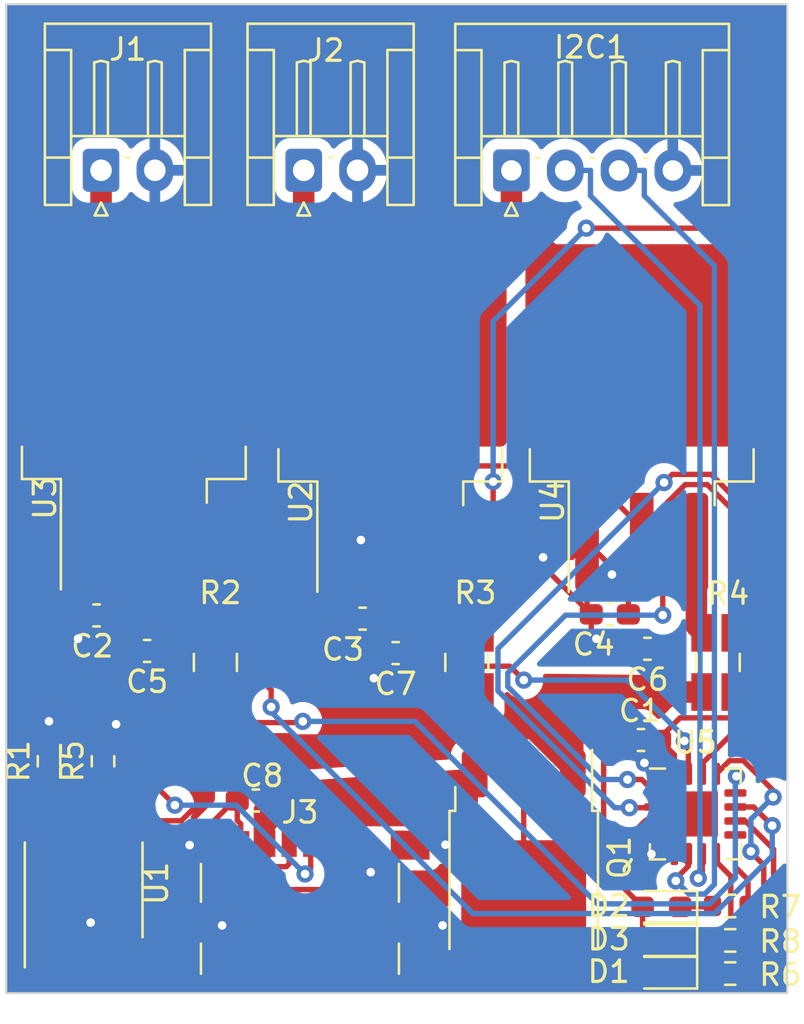
<source format=kicad_pcb>
(kicad_pcb (version 20221018) (generator pcbnew)
  (layers (0 "F.Cu" signal) (31 "B.Cu" signal) (34 "B.Paste" user) (35 "F.Paste" user) (36 "B.SilkS" user "B.Silkscreen") (37 "F.SilkS" user "F.Silkscreen") (38 "B.Mask" user) (39 "F.Mask" user) (44 "Edge.Cuts" user))
  (net 0 "")
  (net 1 "GND")
  (net 2 "+5V")
  (net 3 "Net-(Q1-D)")
  (net 4 "Net-(J1-Pin_1)")
  (net 5 "Net-(J2-Pin_1)")
  (net 6 "Net-(U2-VI)")
  (net 7 "SDA")
  (net 8 "SCL")
  (net 9 "Net-(U3-VI)")
  (net 10 "Net-(U5-IN-1)")
  (net 11 "Net-(U5-IN+1)")
  (net 12 "Net-(U5-IN-2)")
  (net 13 "Net-(U5-IN+2)")
  (net 14 "Net-(U4-VI)")
  (net 15 "Net-(U5-IN-3)")
  (net 16 "Net-(U5-IN+3)")
  (net 17 "Net-(D1-K)")
  (net 18 "Net-(D2-K)")
  (net 19 "Net-(D3-K)")
  (net 20 "Net-(U5-PV)")
  (net 21 "Net-(J3-CC1)")
  (net 22 "Net-(J3-CC2)")
  (net 23 "Net-(Q1-G)")
  (net 24 "Net-(Q1-S)")
  (net 34 "Net-(U5-CRITICAL)")
  (net 35 "Net-(U5-TC)")
  (footprint "Capacitor_SMD:C_0603_1608Metric_Pad1.08x0.95mm_HandSolder" (layer "F.Cu") (at 120.75 107 180)
    (fp_text reference "C8")
    (fp_text value "1UF")
  )
  (footprint "Resistor_SMD:R_0603_1608Metric" (layer "F.Cu") (at 113.65 105.175 90)
    (fp_text reference "R5")
    (fp_text value "5.1kOhm")
  )
  (footprint "Connector_JST:JST_EH_S4B-EH_1x04_P2.50mm_Horizontal" (layer "F.Cu") (at 132.628 77.724)
    (fp_text reference "I2C1")
    (fp_text value "Conn_01x04")
  )
  (footprint "Capacitor_SMD:C_0603_1608Metric_Pad1.08x0.95mm_HandSolder" (layer "F.Cu") (at 125.7125 98.55 180)
    (fp_text reference "C3")
    (fp_text value "1UF")
  )
  (footprint "Resistor_SMD:R_0603_1608Metric" (layer "F.Cu") (at 142.8 113.5)
    (fp_text reference "R8")
    (fp_text value "150Ohm")
  )
  (footprint "Resistor_SMD:R_0603_1608Metric" (layer "F.Cu") (at 142.8 111.9)
    (fp_text reference "R7")
    (fp_text value "150Ohm")
  )
  (footprint "LED_SMD:LED_0603_1608Metric_Pad1.05x0.95mm_HandSolder" (layer "F.Cu") (at 139.6 111.94 180)
    (fp_text reference "D2")
    (fp_text value "RED")
  )
  (footprint "Resistor_SMD:R_0603_1608Metric" (layer "F.Cu") (at 111.14 105.175 90)
    (fp_text reference "R1")
    (fp_text value "5.1kOhm")
  )
  (footprint "Package_DFN_QFN:Texas_RGV_S-PVQFN-N16_EP2.1x2.1mm" (layer "F.Cu") (at 141.175 107.625)
    (fp_text reference "U5")
    (fp_text value "INA3221")
  )
  (footprint "Connector_USB:USB_C_Receptacle_GCT_USB4135-GF-A_6P_TopMnt_Horizontal" (layer "F.Cu") (at 122.8 112.05)
    (fp_text reference "J3")
    (fp_text value "USB_C_Receptacle_PowerOnly_6P")
  )
  (footprint "Capacitor_SMD:C_0603_1608Metric_Pad1.08x0.95mm_HandSolder" (layer "F.Cu") (at 127.25 100.15 180)
    (fp_text reference "C7")
    (fp_text value "1UF")
  )
  (footprint "Capacitor_SMD:C_0603_1608Metric_Pad1.08x0.95mm_HandSolder" (layer "F.Cu") (at 137.2 98.35 180)
    (fp_text reference "C4")
    (fp_text value "1UF")
  )
  (footprint "Capacitor_SMD:C_0603_1608Metric_Pad1.08x0.95mm_HandSolder" (layer "F.Cu") (at 113.35 98.4 180)
    (fp_text reference "C2")
    (fp_text value "1UF")
  )
  (footprint "Package_TO_SOT_SMD:TO-252-3_TabPin2" (layer "F.Cu") (at 133.2 110.79 -90)
    (fp_text reference "Q1")
    (fp_text value "Q_NMOS_DGS")
  )
  (footprint "Capacitor_SMD:C_0603_1608Metric_Pad1.08x0.95mm_HandSolder" (layer "F.Cu") (at 138.95 99.95 180)
    (fp_text reference "C6")
    (fp_text value "1UF")
  )
  (footprint "LED_SMD:LED_0603_1608Metric_Pad1.05x0.95mm_HandSolder" (layer "F.Cu") (at 139.6 113.49 180)
    (fp_text reference "D3")
    (fp_text value "Orange")
  )
  (footprint "LED_SMD:LED_0603_1608Metric_Pad1.05x0.95mm_HandSolder" (layer "F.Cu") (at 139.6 115 180)
    (fp_text reference "D1")
    (fp_text value "Green")
  )
  (footprint "Package_TO_SOT_SMD:TO-263-3_TabPin2" (layer "F.Cu") (at 115.081 87.237 90)
    (fp_text reference "U3")
    (fp_text value "LM1084ISX-5.0/NOPB")
  )
  (footprint "Connector_JST:JST_EH_S2B-EH_1x02_P2.50mm_Horizontal" (layer "F.Cu") (at 122.976 77.7165)
    (fp_text reference "J2")
    (fp_text value "~")
  )
  (footprint "Package_SO:TSSOP-16_4.4x5mm_P0.65mm" (layer "F.Cu") (at 112.75 111.15 90)
    (fp_text reference "U1")
    (fp_text value "IP2721")
  )
  (footprint "Capacitor_SMD:C_0603_1608Metric_Pad1.08x0.95mm_HandSolder" (layer "F.Cu") (at 138.65 104.1875 180)
    (fp_text reference "C1")
    (fp_text value "1UF")
  )
  (footprint "Resistor_SMD:R_Shunt_Ohmite_LVK12" (layer "F.Cu") (at 130.556 100.584)
    (fp_text reference "R3")
    (fp_text value "R_Shunt")
  )
  (footprint "Package_TO_SOT_SMD:TO-263-3_TabPin2" (layer "F.Cu") (at 138.684 87.352 90)
    (fp_text reference "U4")
    (fp_text value "LM1084ISX-5.0/NOPB")
  )
  (footprint "Package_TO_SOT_SMD:TO-263-3_TabPin2" (layer "F.Cu") (at 127 87.352 90)
    (fp_text reference "U2")
    (fp_text value "LM1084ISX-5.0/NOPB")
  )
  (footprint "Resistor_SMD:R_Shunt_Ohmite_LVK12" (layer "F.Cu") (at 118.872 100.584)
    (fp_text reference "R2")
    (fp_text value "R_Shunt")
  )
  (footprint "Resistor_SMD:R_0603_1608Metric" (layer "F.Cu") (at 142.8 115.04)
    (fp_text reference "R6")
    (fp_text value "150Ohm")
  )
  (footprint "Capacitor_SMD:C_0603_1608Metric_Pad1.08x0.95mm_HandSolder" (layer "F.Cu") (at 115.7 100.05 180)
    (fp_text reference "C5")
    (fp_text value "1UF")
  )
  (footprint "Resistor_SMD:R_Shunt_Ohmite_LVK12" (layer "F.Cu") (at 142.24 100.584)
    (fp_text reference "R4")
    (fp_text value "R_Shunt")
  )
  (footprint "Connector_JST:JST_EH_S2B-EH_1x02_P2.50mm_Horizontal" (layer "F.Cu") (at 113.558 77.7165)
    (fp_text reference "J1")
    (fp_text value "~")
  )
  (gr_rect (start 109.15 70) (end 145.45 115.95) (stroke (width 0.1)) (fill none) (layer "Edge.Cuts"))
  (segment (start 118.9 109.072) (end 117.6755 109.072) (width 0.25) (layer "F.Cu") (net 1))
  (segment (start 112.488 98.4336) (end 112.488 98.4168) (width 0.25) (layer "F.Cu") (net 1))
  (segment (start 112.488 98.4021) (end 112.488 98.401) (width 0.25) (layer "F.Cu") (net 1))
  (segment (start 136.144 98.1565) (end 136.338 98.35) (width 0.25) (layer "F.Cu") (net 1))
  (segment (start 135.446 95.7) (end 136.144 95.002) (width 0.25) (layer "F.Cu") (net 1))
  (segment (start 119.888 107) (end 119.8875 107) (width 0.25) (layer "F.Cu") (net 1))
  (segment (start 119.888 107.93) (end 120.05 108.092) (width 0.25) (layer "F.Cu") (net 1))
  (segment (start 120.05 109.018) (end 120.05 109.0175) (width 0.25) (layer "F.Cu") (net 1))
  (segment (start 119.888 107.0002) (end 119.888 107.0001) (width 0.25) (layer "F.Cu") (net 1))
  (segment (start 120.05 108.092) (end 120.05 108.555) (width 0.25) (layer "F.Cu") (net 1))
  (segment (start 138.088 99.9498) (end 138.088 99.95) (width 0.25) (layer "F.Cu") (net 1))
  (segment (start 112.488 98.4001) (end 112.488 98.4) (width 0.25) (layer "F.Cu") (net 1))
  (segment (start 138.4259 108.8373) (end 139.0761 109.4875) (width 0.25) (layer "F.Cu") (net 1))
  (segment (start 117.6755 109.072) (end 117.675 109.072) (width 0.25) (layer "F.Cu") (net 1))
  (segment (start 119.888 107.0008) (end 119.888 107.0004) (width 0.25) (layer "F.Cu") (net 1))
  (segment (start 138.088 99.9496) (end 138.088 99.9498) (width 0.25) (layer "F.Cu") (net 1))
  (segment (start 129.15 112.652) (end 127.9255 112.652) (width 0.25) (layer "F.Cu") (net 1))
  (segment (start 119.888 107.028) (end 119.888 107.014) (width 0.25) (layer "F.Cu") (net 1))
  (segment (start 126.388 100.277) (end 126.3875 100.2765) (width 0.25) (layer "F.Cu") (net 1))
  (segment (start 137.3 96.158) (end 136.144 95.002) (width 0.25) (layer "F.Cu") (net 1))
  (segment (start 119.888 107.0004) (end 119.888 107.0002) (width 0.25) (layer "F.Cu") (net 1))
  (segment (start 138.4259 108.3618) (end 138.4259 108.8373) (width 0.25) (layer "F.Cu") (net 1))
  (segment (start 137.621 99.4832) (end 137.854 99.7166) (width 0.25) (layer "F.Cu") (net 1))
  (segment (start 129.562 109.053) (end 129.17 109.053) (width 0.25) (layer "F.Cu") (net 1))
  (segment (start 119.888 107.029) (end 119.888 107.028) (width 0.25) (layer "F.Cu") (net 1))
  (segment (start 126.388 100.659) (end 126.388 100.532) (width 0.25) (layer "F.Cu") (net 1))
  (segment (start 114.256299 103.743701) (end 113.65 104.35) (width 0.25) (layer "F.Cu") (net 1))
  (segment (start 112.488 98.4001) (end 112.488 98.4) (width 0.25) (layer "F.Cu") (net 1))
  (segment (start 127.9255 109.072) (end 127.925 109.0725) (width 0.25) (layer "F.Cu") (net 1))
  (segment (start 126.388 100.532) (end 126.388 100.531) (width 0.25) (layer "F.Cu") (net 1))
  (segment (start 119.888 107.0001) (end 119.888 107) (width 0.25) (layer "F.Cu") (net 1))
  (segment (start 137.7875 104.2335) (end 137.7875 104.1875) (width 0.25) (layer "F.Cu") (net 1))
  (segment (start 112.488 98.4001) (end 112.488 98.4) (width 0.25) (layer "F.Cu") (net 1))
  (segment (start 112.488 98.9391) (end 112.488 98.9386) (width 0.25) (layer "F.Cu") (net 1))
  (segment (start 127.9255 112.652) (end 127.925 112.652) (width 0.25) (layer "F.Cu") (net 1))
  (segment (start 112.488 99.4783) (end 112.488 98.9391) (width 0.25) (layer "F.Cu") (net 1))
  (segment (start 112.488 99.4783) (end 114.266 99.4783) (width 0.25) (layer "F.Cu") (net 1))
  (segment (start 112.488 98.9391) (end 112.488 98.9386) (width 0.25) (layer "F.Cu") (net 1))
  (segment (start 126.388 100.277) (end 126.388 100.15) (width 0.25) (layer "F.Cu") (net 1))
  (segment (start 119.051 112.803) (end 118.9 112.652) (width 0.25) (layer "F.Cu") (net 1))
  (segment (start 126.388 100.532) (end 126.388 100.531) (width 0.25) (layer "F.Cu") (net 1))
  (segment (start 125.634 94.8975) (end 125.344 94.8975) (width 0.25) (layer "F.Cu") (net 1))
  (segment (start 126.388 100.913) (end 126.388 100.659) (width 0.25) (layer "F.Cu") (net 1))
  (segment (start 119.888 107.0001) (end 119.888 107) (width 0.25) (layer "F.Cu") (net 1))
  (segment (start 119.888 107.0004) (end 119.888 107.0002) (width 0.25) (layer "F.Cu") (net 1))
  (segment (start 119.888 107.0017) (end 119.888 107.0008) (width 0.25) (layer "F.Cu") (net 1))
  (segment (start 129.301 112.803) (end 129.15 112.652) (width 0.25) (layer "F.Cu") (net 1))
  (segment (start 112.488 98.4) (end 112.4875 98.4) (width 0.25) (layer "F.Cu") (net 1))
  (segment (start 126.088 110.332) (end 126.6655 110.332) (width 0.25) (layer "F.Cu") (net 1))
  (segment (start 125.698 109.943) (end 126.088 110.332) (width 0.25) (layer "F.Cu") (net 1))
  (segment (start 118.9 112.652) (end 117.6755 112.652) (width 0.25) (layer "F.Cu") (net 1))
  (segment (start 113.075 112.673) (end 113.075 114.012) (width 0.25) (layer "F.Cu") (net 1))
  (segment (start 117.675 109.0725) (end 119.7475 107) (width 0.25) (layer "F.Cu") (net 1))
  (segment (start 119.888 107.007) (end 119.888 107.0035) (width 0.25) (layer "F.Cu") (net 1))
  (segment (start 126.388 100.531) (end 126.388 100.404) (width 0.25) (layer "F.Cu") (net 1))
  (segment (start 127.9255 112.652) (end 127.925 112.6525) (width 0.25) (layer "F.Cu") (net 1))
  (segment (start 138.8072 105.2532) (end 137.7875 104.2335) (width 0.25) (layer "F.Cu") (net 1))
  (segment (start 112.541 98.3465) (end 112.541 94.887) (width 0.25) (layer "F.Cu") (net 1))
  (segment (start 119.888 107.0002) (end 119.888 107.0001) (width 0.25) (layer "F.Cu") (net 1))
  (segment (start 126.3875 100.2765) (end 126.3875 100.15) (width 0.25) (layer "F.Cu") (net 1))
  (segment (start 112.488 98.4001) (end 112.488 98.4) (width 0.25) (layer "F.Cu") (net 1))
  (segment (start 112.488 98.4005) (end 112.488 98.4002) (width 0.25) (layer "F.Cu") (net 1))
  (segment (start 137.3 96.5) (end 137.3 96.158) (width 0.25) (layer "F.Cu") (net 1))
  (segment (start 129.15 109.072) (end 127.9255 109.072) (width 0.25) (layer "F.Cu") (net 1))
  (segment (start 112.488 98.4168) (end 112.488 98.4084) (width 0.25) (layer "F.Cu") (net 1))
  (segment (start 138.088 99.95) (end 137.971 99.8333) (width 0.25) (layer "F.Cu") (net 1))
  (segment (start 119.888 107.0008) (end 119.888 107.0004) (width 0.25) (layer "F.Cu") (net 1))
  (segment (start 126.388 100.531) (end 126.388 100.404) (width 0.25) (layer "F.Cu") (net 1))
  (segment (start 117.6755 112.652) (end 117.675 112.652) (width 0.25) (layer "F.Cu") (net 1))
  (segment (start 112.488 98.4021) (end 112.488 98.401) (width 0.25) (layer "F.Cu") (net 1))
  (segment (start 125.55 109.943) (end 125.698 109.943) (width 0.25) (layer "F.Cu") (net 1))
  (segment (start 112.488 98.4168) (end 112.488 98.4084) (width 0.25) (layer "F.Cu") (net 1))
  (segment (start 124.85 98.55) (end 124.85 95.392) (width 0.25) (layer "F.Cu") (net 1))
  (segment (start 112.488 98.4336) (end 112.488 98.4168) (width 0.25) (layer "F.Cu") (net 1))
  (segment (start 112.488 98.9386) (end 112.488 98.6693) (width 0.25) (layer "F.Cu") (net 1))
  (segment (start 139.0761 109.4875) (end 139.1374 109.4875) (width 0.25) (layer "F.Cu") (net 1))
  (segment (start 125.55 109.018) (end 125.55 109.943) (width 0.25) (layer "F.Cu") (net 1))
  (segment (start 139.3125 107.95) (end 138.8377 107.95) (width 0.25) (layer "F.Cu") (net 1))
  (segment (start 112.488 98.4042) (end 112.488 98.4021) (width 0.25) (layer "F.Cu") (net 1))
  (segment (start 137.971 99.8333) (end 137.854 99.7166) (width 0.25) (layer "F.Cu") (net 1))
  (segment (start 136.578 99.4832) (end 137.621 99.4832) (width 0.25) (layer "F.Cu") (net 1))
  (segment (start 119.418 108.555) (end 118.9 109.072) (width 0.25) (layer "F.Cu") (net 1))
  (segment (start 125.55 109.018) (end 125.55 109.0175) (width 0.25) (layer "F.Cu") (net 1))
  (segment (start 112.488 98.4) (end 112.541 98.3465) (width 0.25) (layer "F.Cu") (net 1))
  (segment (start 138.088 99.9498) (end 138.088 99.95) (width 0.25) (layer "F.Cu") (net 1))
  (segment (start 136.338 99.2432) (end 136.578 99.4832) (width 0.25) (layer "F.Cu") (net 1))
  (segment (start 112.488 98.4005) (end 112.488 98.4002) (width 0.25) (layer "F.Cu") (net 1))
  (segment (start 117.6755 112.652) (end 117.675 112.6525) (width 0.25) (layer "F.Cu") (net 1))
  (segment (start 112.488 98.4002) (end 112.488 98.4001) (width 0.25) (layer "F.Cu") (net 1))
  (segment (start 119.888 107.0035) (end 119.888 107.0017) (width 0.25) (layer "F.Cu") (net 1))
  (segment (start 114.256299 103.456299) (end 114.256299 103.743701) (width 0.25) (layer "F.Cu") (net 1))
  (segment (start 119.888 107.028) (end 119.888 107.014) (width 0.25) (layer "F.Cu") (net 1))
  (segment (start 124.85 95.392) (end 124.46 95.002) (width 0.25) (layer "F.Cu") (net 1))
  (segment (start 112.488 98.6693) (end 112.488 98.5346) (width 0.25) (layer "F.Cu") (net 1))
  (segment (start 112.488 98.401) (end 112.488 98.4005) (width 0.25) (layer "F.Cu") (net 1))
  (segment (start 126.388 100.914) (end 126.388 100.913) (width 0.25) (layer "F.Cu") (net 1))
  (segment (start 112.488 98.401) (end 112.488 98.4005) (width 0.25) (layer "F.Cu") (net 1))
  (segment (start 114.266 99.4783) (end 114.838 100.05) (width 0.25) (layer "F.Cu") (net 1))
  (segment (start 126.388 100.913) (end 126.388 100.659) (width 0.25) (layer "F.Cu") (net 1))
  (segment (start 125.344 94.8975) (end 124.85 95.392) (width 0.25) (layer "F.Cu") (net 1))
  (segment (start 112.488 98.9386) (end 112.488 98.6693) (width 0.25) (layer "F.Cu") (net 1))
  (segment (start 112.488 98.4002) (end 112.488 98.4001) (width 0.25) (layer "F.Cu") (net 1))
  (segment (start 126.237 101.318) (end 126.388 101.168) (width 0.25) (layer "F.Cu") (net 1))
  (segment (start 126.388 100.404) (end 126.388 100.277) (width 0.25) (layer "F.Cu") (net 1))
  (segment (start 126.388 101.168) (end 126.388 100.914) (width 0.25) (layer "F.Cu") (net 1))
  (segment (start 120.05 109.0175) (end 120.05 108.555) (width 0.25) (layer "F.Cu") (net 1))
  (segment (start 112.488 98.4002) (end 112.488 98.4001) (width 0.25) (layer "F.Cu") (net 1))
  (segment (start 120.05 108.555) (end 119.418 108.555) (width 0.25) (layer "F.Cu") (net 1))
  (segment (start 136.338 98.35) (end 136.338 99.2432) (width 0.25) (layer "F.Cu") (net 1))
  (segment (start 112.488 98.6693) (end 112.488 98.5346) (width 0.25) (layer "F.Cu") (net 1))
  (segment (start 119.888 106.924) (end 119.888 107) (width 0.25) (layer "F.Cu") (net 1))
  (segment (start 112.488 98.5346) (end 112.488 98.4336) (width 0.25) (layer "F.Cu") (net 1))
  (segment (start 119.888 107.0035) (end 119.888 107.0017) (width 0.25) (layer "F.Cu") (net 1))
  (segment (start 127.9255 109.072) (end 127.925 109.072) (width 0.25) (layer "F.Cu") (net 1))
  (segment (start 119.888 107.014) (end 119.888 107.007) (width 0.25) (layer "F.Cu") (net 1))
  (segment (start 134.1 95.7) (end 135.446 95.7) (width 0.25) (layer "F.Cu") (net 1))
  (segment (start 139.1374 109.4875) (end 140.2 109.4875) (width 0.25) (layer "F.Cu") (net 1))
  (segment (start 138.8377 107.95) (end 138.4259 108.3618) (width 0.25) (layer "F.Cu") (net 1))
  (segment (start 112.488 98.4042) (end 112.488 98.4021) (width 0.25) (layer "F.Cu") (net 1))
  (segment (start 113.075 114.012) (end 113.075 114.0125) (width 0.25) (layer "F.Cu") (net 1))
  (segment (start 111.14 103.319) (end 111.14 104.35) (width 0.25) (layer "F.Cu") (net 1))
  (segment (start 112.488 98.4084) (end 112.488 98.4042) (width 0.25) (layer "F.Cu") (net 1))
  (segment (start 136.144 95.002) (end 136.144 98.1565) (width 0.25) (layer "F.Cu") (net 1))
  (segment (start 119.888 107.029) (end 119.888 107.028) (width 0.25) (layer "F.Cu") (net 1))
  (segment (start 126.6655 110.332) (end 127.925 109.0725) (width 0.25) (layer "F.Cu") (net 1))
  (segment (start 129.17 109.053) (end 129.15 109.072) (width 0.25) (layer "F.Cu") (net 1))
  (segment (start 134.1 95.7) (end 134.1 96.1125) (width 0.25) (layer "F.Cu") (net 1))
  (segment (start 129.431 112.803) (end 129.301 112.803) (width 0.25) (layer "F.Cu") (net 1))
  (segment (start 119.7475 107) (end 119.888 107) (width 0.25) (layer "F.Cu") (net 1))
  (segment (start 134.1 96.1125) (end 136.3375 98.35) (width 0.25) (layer "F.Cu") (net 1))
  (segment (start 119.888 107.029) (end 119.888 107.93) (width 0.25) (layer "F.Cu") (net 1))
  (segment (start 112.488 98.4084) (end 112.488 98.4042) (width 0.25) (layer "F.Cu") (net 1))
  (segment (start 119.888 107.0017) (end 119.888 107.0008) (width 0.25) (layer "F.Cu") (net 1))
  (segment (start 137.971 99.8333) (end 138.088 99.9498) (width 0.25) (layer "F.Cu") (net 1))
  (segment (start 119.888 107.007) (end 119.888 107.0035) (width 0.25) (layer "F.Cu") (net 1))
  (segment (start 117.6755 109.072) (end 117.675 109.0725) (width 0.25) (layer "F.Cu") (net 1))
  (segment (start 119.184 112.803) (end 119.051 112.803) (width 0.25) (layer "F.Cu") (net 1))
  (segment (start 126.388 100.914) (end 126.388 100.913) (width 0.25) (layer "F.Cu") (net 1))
  (segment (start 119.888 107.014) (end 119.888 107.007) (width 0.25) (layer "F.Cu") (net 1))
  (segment (start 112.488 98.5346) (end 112.488 98.4336) (width 0.25) (layer "F.Cu") (net 1))
  (segment (start 137.854 99.7166) (end 138.088 99.9496) (width 0.25) (layer "F.Cu") (net 1))
  (via (at 137.3 96.5) (size 0.8) (drill 0.4) (layers "F.Cu" "B.Cu") (net 1))
  (via (at 117.675 109.0725) (size 0.8) (drill 0.4) (layers "F.Cu" "B.Cu") (net 1))
  (via (at 112.488 99.4783) (size 0.8) (drill 0.4) (layers "F.Cu" "B.Cu") (net 1))
  (via (at 139.1374 109.4875) (size 0.8) (drill 0.4) (layers "F.Cu" "B.Cu") (net 1))
  (via (at 138.8072 105.2532) (size 0.8) (drill 0.4) (layers "F.Cu" "B.Cu") (net 1))
  (via (at 114.256299 103.456299) (size 0.8) (drill 0.4) (layers "F.Cu" "B.Cu") (net 1))
  (via (at 111.14 103.319) (size 0.8) (drill 0.4) (layers "F.Cu" "B.Cu") (net 1))
  (via (at 113.075 112.673) (size 0.8) (drill 0.4) (layers "F.Cu" "B.Cu") (net 1))
  (via (at 136.578 99.4832) (size 0.8) (drill 0.4) (layers "F.Cu" "B.Cu") (net 1))
  (via (at 126.088 110.332) (size 0.8) (drill 0.4) (layers "F.Cu" "B.Cu") (net 1))
  (via (at 125.634 94.8975) (size 0.8) (drill 0.4) (layers "F.Cu" "B.Cu") (net 1))
  (via (at 129.431 112.803) (size 0.8) (drill 0.4) (layers "F.Cu" "B.Cu") (net 1))
  (via (at 126.237 101.318) (size 0.8) (drill 0.4) (layers "F.Cu" "B.Cu") (net 1))
  (via (at 134.1 95.7) (size 0.8) (drill 0.4) (layers "F.Cu" "B.Cu") (net 1))
  (via (at 119.184 112.803) (size 0.8) (drill 0.4) (layers "F.Cu" "B.Cu") (net 1))
  (via (at 129.562 109.053) (size 0.8) (drill 0.4) (layers "F.Cu" "B.Cu") (net 1))
  (segment (start 134.2666 89.9194) (end 135.909 88.277) (width 0.25) (layer "F.Cu") (net 2))
  (segment (start 144.2687 91.0867) (end 141.459 88.277) (width 0.25) (layer "F.Cu") (net 2))
  (segment (start 138.725 111.94) (end 136.9143 110.1293) (width 0.25) (layer "F.Cu") (net 2))
  (segment (start 124.279 99.3652) (end 123.829 98.9153) (width 0.25) (layer "F.Cu") (net 2))
  (segment (start 116.351 96.7839) (end 114.735 98.4) (width 0.25) (layer "F.Cu") (net 2))
  (segment (start 140.2 106.65) (end 140.9545 107.4045) (width 0.25) (layer "F.Cu") (net 2))
  (segment (start 138.062 97.328) (end 138.062 97.6683) (width 0.25) (layer "F.Cu") (net 2))
  (segment (start 138.062 96.3051) (end 138.062 96.3056) (width 0.25) (layer "F.Cu") (net 2))
  (segment (start 138.684 95.002) (end 138.062 95.6235) (width 0.25) (layer "F.Cu") (net 2))
  (segment (start 138.062 96.3056) (end 138.062 96.9867) (width 0.25) (layer "F.Cu") (net 2))
  (segment (start 137.1924 103.3828) (end 138.7078 103.3828) (width 0.25) (layer "F.Cu") (net 2))
  (segment (start 138.684 85.852) (end 139.034 85.852) (width 0.25) (layer "F.Cu") (net 2))
  (segment (start 136.259 88.277) (end 138.684 85.852) (width 0.25) (layer "F.Cu") (net 2))
  (segment (start 143.6675 103.1591) (end 144.2687 102.5579) (width 0.25) (layer "F.Cu") (net 2))
  (segment (start 126.6718 98.55) (end 128.27 96.9518) (width 0.25) (layer "F.Cu") (net 2))
  (segment (start 138.7078 103.3828) (end 139.5125 104.1875) (width 0.25) (layer "F.Cu") (net 2))
  (segment (start 138.684 94.3369) (end 138.684 95.002) (width 0.25) (layer "F.Cu") (net 2))
  (segment (start 138.725 115) (end 138.725 113.49) (width 0.25) (layer "F.Cu") (net 2))
  (segment (start 128.27 93.0949) (end 129.9109 91.454) (width 0.25) (layer "F.Cu") (net 2))
  (segment (start 114.2125 98.4) (end 114.212 98.4) (width 0.25) (layer "F.Cu") (net 2))
  (segment (start 134.2666 89.9194) (end 138.684 94.3369) (width 0.25) (layer "F.Cu") (net 2))
  (segment (start 132.732 91.454) (end 134.2666 89.9194) (width 0.25) (layer "F.Cu") (net 2))
  (segment (start 114.735 98.4) (end 114.2125 98.4) (width 0.25) (layer "F.Cu") (net 2))
  (segment (start 138.062 98.0091) (end 138.062 98.35) (width 0.25) (layer "F.Cu") (net 2))
  (segment (start 139.034 85.852) (end 141.459 83.427) (width 0.25) (layer "F.Cu") (net 2))
  (segment (start 135.909 83.0968) (end 135.909 83.427) (width 0.25) (layer "F.Cu") (net 2))
  (segment (start 138.062 97.3275) (end 138.062 97.328) (width 0.25) (layer "F.Cu") (net 2))
  (segment (start 138.062 97.3275) (end 138.062 97.328) (width 0.25) (layer "F.Cu") (net 2))
  (segment (start 116.351 92.9915) (end 116.351 96.7839) (width 0.25) (layer "F.Cu") (net 2))
  (segment (start 128.27 96.9518) (end 128.27 93.0949) (width 0.25) (layer "F.Cu") (net 2))
  (segment (start 135.909 88.277) (end 136.259 88.277) (width 0.25) (layer "F.Cu") (net 2))
  (segment (start 140.4604 103.1591) (end 143.6675 103.1591) (width 0.25) (layer "F.Cu") (net 2))
  (segment (start 118.159 92.2499) (end 117.093 92.2499) (width 0.25) (layer "F.Cu") (net 2))
  (segment (start 138.062 96.3056) (end 138.062 96.9867) (width 0.25) (layer "F.Cu") (net 2))
  (segment (start 139.034 85.852) (end 141.459 88.277) (width 0.25) (layer "F.Cu") (net 2))
  (segment (start 126.575 98.55) (end 126.6718 98.55) (width 0.25) (layer "F.Cu") (net 2))
  (segment (start 139.5125 104.1875) (end 140.2 104.875) (width 0.25) (layer "F.Cu") (net 2))
  (segment (start 135.919 83.0869) (end 135.909 83.0968) (width 0.25) (layer "F.Cu") (net 2))
  (segment (start 139.5125 104.107) (end 140.4604 103.1591) (width 0.25) (layer "F.Cu") (net 2))
  (segment (start 140.9545 107.4045) (end 139.759 108.6) (width 0.25) (layer "F.Cu") (net 2))
  (segment (start 123.829 98.9153) (end 123.829 97.92) (width 0.25) (layer "F.Cu") (net 2))
  (segment (start 117.093 92.2499) (end 116.351 92.9915) (width 0.25) (layer "F.Cu") (net 2))
  (segment (start 138.062 97.328) (end 138.062 97.6683) (width 0.25) (layer "F.Cu") (net 2))
  (segment (start 138.725 113.49) (end 138.725 111.94) (width 0.25) (layer "F.Cu") (net 2))
  (segment (start 132.628 77.724) (end 132.628 79.796) (width 1) (layer "F.Cu") (net 2))
  (segment (start 138.062 96.9867) (end 138.062 97.3275) (width 0.25) (layer "F.Cu") (net 2))
  (segment (start 125.76 99.3652) (end 124.279 99.3652) (width 0.25) (layer "F.Cu") (net 2))
  (segment (start 139.5125 104.1875) (end 139.5125 104.107) (width 0.25) (layer "F.Cu") (net 2))
  (segment (start 138.0625 98.0096) (end 138.0625 98.35) (width 0.25) (layer "F.Cu") (net 2))
  (segment (start 123.829 97.92) (end 118.159 92.2499) (width 0.25) (layer "F.Cu") (net 2))
  (segment (start 138.062 95.6235) (end 138.062 96.3051) (width 0.25) (layer "F.Cu") (net 2))
  (segment (start 140.9545 107.4045) (end 141.175 107.625) (width 0.25) (layer "F.Cu") (net 2))
  (segment (start 138.062 96.3051) (end 138.062 96.3056) (width 0.25) (layer "F.Cu") (net 2))
  (segment (start 126.575 98.55) (end 125.76 99.3652) (width 0.25) (layer "F.Cu") (net 2))
  (segment (start 144.2687 102.5579) (end 144.2687 91.0867) (width 0.25) (layer "F.Cu") (net 2))
  (segment (start 136.9143 110.1293) (end 136.9143 103.6609) (width 0.25) (layer "F.Cu") (net 2))
  (segment (start 136.9143 103.6609) (end 137.1924 103.3828) (width 0.25) (layer "F.Cu") (net 2))
  (segment (start 140.2 105.7625) (end 140.2 106.65) (width 0.25) (layer "F.Cu") (net 2))
  (segment (start 140.2 104.875) (end 140.2 105.7625) (width 0.25) (layer "F.Cu") (net 2))
  (segment (start 138.062 98.0091) (end 138.0625 98.0096) (width 0.25) (layer "F.Cu") (net 2))
  (segment (start 135.919 83.0869) (end 138.684 85.852) (width 1) (layer "F.Cu") (net 2))
  (segment (start 138.062 97.6683) (end 138.062 98.0091) (width 0.25) (layer "F.Cu") (net 2))
  (segment (start 132.628 79.796) (end 135.919 83.0869) (width 1) (layer "F.Cu") (net 2))
  (segment (start 129.9109 91.454) (end 132.732 91.454) (width 0.25) (layer "F.Cu") (net 2))
  (segment (start 139.759 108.6) (end 139.3125 108.6) (width 0.25) (layer "F.Cu") (net 2))
  (segment (start 129.856 103.534) (end 129.856 103.834) (width 1) (layer "F.Cu") (net 3))
  (segment (start 110.81 105.076) (end 110.324 105.562) (width 0.25) (layer "F.Cu") (net 3))
  (segment (start 135.48 105.486) (end 135.48 105.75) (width 1) (layer "F.Cu") (net 3))
  (segment (start 116.562 100.274) (end 116.562 100.162) (width 0.25) (layer "F.Cu") (net 3))
  (segment (start 139.812 101.959) (end 137.091 101.959) (width 1) (layer "F.Cu") (net 3))
  (segment (start 110.324 108.136) (end 110.475 108.287) (width 0.25) (layer "F.Cu") (net 3))
  (segment (start 122.422365 104.367) (end 122.478665 104.4233) (width 1) (layer "F.Cu") (net 3))
  (segment (start 128.9667 104.4233) (end 129.023 104.367) (width 1) (layer "F.Cu") (net 3))
  (segment (start 135.48 105.486) (end 135.48 105.75) (width 1) (layer "F.Cu") (net 3))
  (segment (start 116.5625 100.1615) (end 116.5625 100.05) (width 0.25) (layer "F.Cu") (net 3))
  (segment (start 135.48 105.486) (end 135.48 105.75) (width 1) (layer "F.Cu") (net 3))
  (segment (start 139.812 100.954) (end 139.812 100.703) (width 0.25) (layer "F.Cu") (net 3))
  (segment (start 135.48 103.57) (end 135.48 105.486) (width 1) (layer "F.Cu") (net 3))
  (segment (start 128.112 102.218) (end 128.112 102.216) (width 0.25) (layer "F.Cu") (net 3))
  (segment (start 137.091 101.959) (end 135.48 103.57) (width 1) (layer "F.Cu") (net 3))
  (segment (start 128.112 100.924) (end 128.112 100.666) (width 0.25) (layer "F.Cu") (net 3))
  (segment (start 112.849 103.839) (end 112.849 103.943) (width 0.25) (layer "F.Cu") (net 3))
  (segment (start 116.562 100.72) (end 116.562 100.497) (width 0.25) (layer "F.Cu") (net 3))
  (segment (start 122.478665 104.4233) (end 128.9667 104.4233) (width 1) (layer "F.Cu") (net 3))
  (segment (start 139.812 100.702) (end 139.812 100.452) (width 0.25) (layer "F.Cu") (net 3))
  (segment (start 128.112 102.216) (end 128.112 101.182) (width 0.25) (layer "F.Cu") (net 3))
  (segment (start 112.849 103.943) (end 111.716 105.076) (width 0.25) (layer "F.Cu") (net 3))
  (segment (start 139.8125 100.2005) (end 139.8125 99.95) (width 0.25) (layer "F.Cu") (net 3))
  (segment (start 116.562 100.385) (end 116.562 100.274) (width 0.25) (layer "F.Cu") (net 3))
  (segment (start 110.475 108.287) (end 110.475 108.2875) (width 0.25) (layer "F.Cu") (net 3))
  (segment (start 139.812 101.456) (end 139.812 100.954) (width 0.25) (layer "F.Cu") (net 3))
  (segment (start 118.148 102.53) (end 116.562 100.944) (width 0.25) (layer "F.Cu") (net 3))
  (segment (start 110.475 108.2875) (end 110.475 108.288) (width 0.25) (layer "F.Cu") (net 3))
  (segment (start 139.812 100.703) (end 139.812 100.702) (width 0.25) (layer "F.Cu") (net 3))
  (segment (start 139.812 101.456) (end 139.812 100.954) (width 0.25) (layer "F.Cu") (net 3))
  (segment (start 129.023 104.367) (end 129.856 103.534) (width 1) (layer "F.Cu") (net 3))
  (segment (start 116.562 100.386) (end 116.562 100.385) (width 0.25) (layer "F.Cu") (net 3))
  (segment (start 141.54 101.959) (end 139.812 101.959) (width 1) (layer "F.Cu") (net 3))
  (segment (start 139.812 101.959) (end 139.812 101.456) (width 0.25) (layer "F.Cu") (net 3))
  (segment (start 115.744 100.944) (end 112.849 103.839) (width 0.25) (layer "F.Cu") (net 3))
  (segment (start 139.812 100.452) (end 139.812 100.201) (width 0.25) (layer "F.Cu") (net 3))
  (segment (start 118.172 101.959) (end 118.172 103.384) (width 1) (layer "F.Cu") (net 3))
  (segment (start 139.812 100.201) (end 139.812 99.95) (width 0.25) (layer "F.Cu") (net 3))
  (segment (start 116.562 100.162) (end 116.562 100.05) (width 0.25) (layer "F.Cu") (net 3))
  (segment (start 128.112 100.408) (end 128.112 100.15) (width 0.25) (layer "F.Cu") (net 3))
  (segment (start 128.112 100.924) (end 128.112 100.666) (width 0.25) (layer "F.Cu") (net 3))
  (segment (start 133.528 103.534) (end 135.48 105.486) (width 1) (layer "F.Cu") (net 3))
  (segment (start 116.562 100.385) (end 116.562 100.274) (width 0.25) (layer "F.Cu") (net 3))
  (segment (start 128.112 101.182) (end 128.112 100.924) (width 0.25) (layer "F.Cu") (net 3))
  (segment (start 118.172 103.384) (end 119.155 104.367) (width 1) (layer "F.Cu") (net 3))
  (segment (start 128.1125 100.4075) (end 128.1125 100.15) (width 0.25) (layer "F.Cu") (net 3))
  (segment (start 116.562 100.72) (end 116.562 100.497) (width 0.25) (layer "F.Cu") (net 3))
  (segment (start 129.856 101.959) (end 129.856 103.534) (width 1) (layer "F.Cu") (net 3))
  (segment (start 110.324 105.562) (end 110.324 108.136) (width 0.25) (layer "F.Cu") (net 3))
  (segment (start 135.48 105.486) (end 135.48 105.75) (width 1) (layer "F.Cu") (net 3))
  (segment (start 139.812 100.703) (end 139.812 100.702) (width 0.25) (layer "F.Cu") (net 3))
  (segment (start 119.155 104.367) (end 122.422365 104.367) (width 1) (layer "F.Cu") (net 3))
  (segment (start 128.112 102.216) (end 128.112 101.182) (width 0.25) (layer "F.Cu") (net 3))
  (segment (start 128.112 100.666) (end 128.112 100.408) (width 0.25) (layer "F.Cu") (net 3))
  (segment (start 116.562 100.386) (end 116.562 100.385) (width 0.25) (layer "F.Cu") (net 3))
  (segment (start 129.856 103.534) (end 133.528 103.534) (width 1) (layer "F.Cu") (net 3))
  (segment (start 139.812 100.702) (end 139.812 100.452) (width 0.25) (layer "F.Cu") (net 3))
  (segment (start 116.562 100.944) (end 116.562 100.72) (width 0.25) (layer "F.Cu") (net 3))
  (segment (start 139.812 100.201) (end 139.8125 100.2005) (width 0.25) (layer "F.Cu") (net 3))
  (segment (start 111.716 105.076) (end 110.81 105.076) (width 0.25) (layer "F.Cu") (net 3))
  (segment (start 116.562 100.162) (end 116.5625 100.1615) (width 0.25) (layer "F.Cu") (net 3))
  (segment (start 128.112 100.408) (end 128.1125 100.4075) (width 0.25) (layer "F.Cu") (net 3))
  (segment (start 116.562 100.944) (end 115.744 100.944) (width 0.25) (layer "F.Cu") (net 3))
  (segment (start 116.562 100.497) (end 116.562 100.386) (width 0.25) (layer "F.Cu") (net 3))
  (segment (start 114.32 84.9755) (end 115.081 85.737) (width 1) (layer "F.Cu") (net 4))
  (segment (start 113.558 81.5152) (end 113.558 84.214) (width 1) (layer "F.Cu") (net 4))
  (segment (start 113.558 81.5152) (end 112.306 82.7672) (width 0.25) (layer "F.Cu") (net 4))
  (segment (start 117.856 83.312) (end 115.431 85.737) (width 0.25) (layer "F.Cu") (net 4))
  (segment (start 112.306 86.989) (end 112.306 88.162) (width 0.25) (layer "F.Cu") (net 4))
  (segment (start 115.431 85.737) (end 115.081 85.737) (width 0.25) (layer "F.Cu") (net 4))
  (segment (start 115.431 85.737) (end 117.856 88.162) (width 0.25) (layer "F.Cu") (net 4))
  (segment (start 114.32 84.9755) (end 112.306 86.989) (width 0.25) (layer "F.Cu") (net 4))
  (segment (start 117.856 88.162) (end 115.081 90.937) (width 0.25) (layer "F.Cu") (net 4))
  (segment (start 115.081 90.937) (end 115.081 94.887) (width 0.25) (layer "F.Cu") (net 4))
  (segment (start 113.558 84.214) (end 114.32 84.9755) (width 1) (layer "F.Cu") (net 4))
  (segment (start 113.558 77.7165) (end 113.558 81.5152) (width 1) (layer "F.Cu") (net 4))
  (segment (start 112.306 82.7672) (end 112.306 83.312) (width 0.25) (layer "F.Cu") (net 4))
  (segment (start 122.976 77.7165) (end 122.976 81.828) (width 1) (layer "F.Cu") (net 5))
  (segment (start 129.775 85.852) (end 129.775 88.277) (width 0.25) (layer "F.Cu") (net 5))
  (segment (start 124.485 83.337) (end 124.315 83.337) (width 0.25) (layer "F.Cu") (net 5))
  (segment (start 129.775 83.427) (end 129.775 85.852) (width 0.25) (layer "F.Cu") (net 5))
  (segment (start 129.775 85.852) (end 127 85.852) (width 0.25) (layer "F.Cu") (net 5))
  (segment (start 122.976 81.828) (end 124.485 83.337) (width 1) (layer "F.Cu") (net 5))
  (segment (start 124.315 83.337) (end 124.225 83.427) (width 0.25) (layer "F.Cu") (net 5))
  (segment (start 124.485 83.337) (end 125.994 84.846) (width 1) (layer "F.Cu") (net 5))
  (segment (start 127 91.052) (end 127 95.002) (width 0.25) (layer "F.Cu") (net 5))
  (segment (start 125.994 84.846) (end 124.225 86.615) (width 0.25) (layer "F.Cu") (net 5))
  (segment (start 124.225 88.277) (end 127 91.052) (width 0.25) (layer "F.Cu") (net 5))
  (segment (start 124.225 86.615) (end 124.225 88.277) (width 0.25) (layer "F.Cu") (net 5))
  (segment (start 125.994 84.846) (end 127 85.852) (width 1) (layer "F.Cu") (net 5))
  (segment (start 129.54 98.893) (end 129.856 99.209) (width 1) (layer "F.Cu") (net 6))
  (segment (start 129.54 95.002) (end 129.54 98.893) (width 1) (layer "F.Cu") (net 6))
  (segment (start 141.5 109.4875) (end 141.5 110.424) (width 0.25) (layer "F.Cu") (net 7))
  (segment (start 141.5 110.424) (end 141.3112 110.6128) (width 0.25) (layer "F.Cu") (net 7))
  (via (at 141.3112 110.6128) (size 0.8) (drill 0.4) (layers "F.Cu" "B.Cu") (net 7))
  (segment (start 141.3909 110.5331) (end 141.3112 110.6128) (width 0.25) (layer "B.Cu") (net 7))
  (segment (start 135.128 77.724) (end 136.3031 77.724) (width 0.25) (layer "B.Cu") (net 7))
  (segment (start 136.3031 78.8991) (end 141.3909 83.9869) (width 0.25) (layer "B.Cu") (net 7))
  (segment (start 136.3031 77.724) (end 136.3031 78.8991) (width 0.25) (layer "B.Cu") (net 7))
  (segment (start 141.3909 83.9869) (end 141.3909 110.5331) (width 0.25) (layer "B.Cu") (net 7))
  (segment (start 140.2664 110.6322) (end 140.2664 110.7322) (width 0.25) (layer "F.Cu") (net 8))
  (segment (start 140.85 110.0486) (end 140.2664 110.6322) (width 0.25) (layer "F.Cu") (net 8))
  (segment (start 140.85 109.4875) (end 140.85 110.0486) (width 0.25) (layer "F.Cu") (net 8))
  (via (at 140.2664 110.7322) (size 0.8) (drill 0.4) (layers "F.Cu" "B.Cu") (net 8))
  (segment (start 142.0621 82.1581) (end 138.8031 78.8991) (width 0.25) (layer "B.Cu") (net 8))
  (segment (start 140.8794 111.3452) (end 141.6129 111.3452) (width 0.25) (layer "B.Cu") (net 8))
  (segment (start 140.2664 110.7322) (end 140.8794 111.3452) (width 0.25) (layer "B.Cu") (net 8))
  (segment (start 138.8031 78.8991) (end 138.8031 77.724) (width 0.25) (layer "B.Cu") (net 8))
  (segment (start 142.0621 110.896) (end 142.0621 82.1581) (width 0.25) (layer "B.Cu") (net 8))
  (segment (start 137.628 77.724) (end 138.8031 77.724) (width 0.25) (layer "B.Cu") (net 8))
  (segment (start 141.6129 111.3452) (end 142.0621 110.896) (width 0.25) (layer "B.Cu") (net 8))
  (segment (start 117.621 98.658) (end 118.172 99.209) (width 1) (layer "F.Cu") (net 9))
  (segment (start 117.621 94.887) (end 117.621 98.658) (width 1) (layer "F.Cu") (net 9))
  (segment (start 119.572 100.4091) (end 120.0096 100.4091) (width 0.25) (layer "F.Cu") (net 10))
  (segment (start 143.8833 107.3) (end 144.7492 108.1659) (width 0.25) (layer "F.Cu") (net 10))
  (segment (start 119.572 99.209) (end 119.572 100.4091) (width 0.25) (layer "F.Cu") (net 10))
  (segment (start 121.463 101.8625) (end 121.463 102.6555) (width 0.25) (layer "F.Cu") (net 10))
  (segment (start 143.0375 107.3) (end 143.8833 107.3) (width 0.25) (layer "F.Cu") (net 10))
  (segment (start 120.0096 100.4091) (end 121.463 101.8625) (width 0.25) (layer "F.Cu") (net 10))
  (via (at 144.7492 108.1659) (size 0.8) (drill 0.4) (layers "F.Cu" "B.Cu") (net 10))
  (via (at 121.463 102.6555) (size 0.8) (drill 0.4) (layers "F.Cu" "B.Cu") (net 10))
  (segment (start 130.8385 112.2529) (end 142.0665 112.2529) (width 0.25) (layer "B.Cu") (net 10))
  (segment (start 121.463 102.8774) (end 130.8385 112.2529) (width 0.25) (layer "B.Cu") (net 10))
  (segment (start 144.7492 109.5702) (end 144.7492 108.1659) (width 0.25) (layer "B.Cu") (net 10))
  (segment (start 121.463 102.6555) (end 121.463 102.8774) (width 0.25) (layer "B.Cu") (net 10))
  (segment (start 142.0665 112.2529) (end 144.7492 109.5702) (width 0.25) (layer "B.Cu") (net 10))
  (segment (start 119.572 101.959) (end 119.572 103.1591) (width 0.25) (layer "F.Cu") (net 11))
  (segment (start 143.0375 105.9203) (end 143.0862 105.8716) (width 0.25) (layer "F.Cu") (net 11))
  (segment (start 122.8769 103.3807) (end 122.9343 103.3233) (width 0.25) (layer "F.Cu") (net 11))
  (segment (start 143.0375 106.65) (end 143.0375 105.9203) (width 0.25) (layer "F.Cu") (net 11))
  (segment (start 119.572 103.1591) (end 119.7936 103.3807) (width 0.25) (layer "F.Cu") (net 11))
  (segment (start 119.7936 103.3807) (end 122.8769 103.3807) (width 0.25) (layer "F.Cu") (net 11))
  (via (at 122.9343 103.3233) (size 0.8) (drill 0.4) (layers "F.Cu" "B.Cu") (net 11))
  (via (at 143.0862 105.8716) (size 0.8) (drill 0.4) (layers "F.Cu" "B.Cu") (net 11))
  (segment (start 136.6278 111.8027) (end 141.8358 111.8027) (width 0.25) (layer "B.Cu") (net 11))
  (segment (start 143.0322 105.9256) (end 143.0862 105.8716) (width 0.25) (layer "B.Cu") (net 11))
  (segment (start 122.9343 103.3233) (end 128.1484 103.3233) (width 0.25) (layer "B.Cu") (net 11))
  (segment (start 143.0322 110.6063) (end 143.0322 105.9256) (width 0.25) (layer "B.Cu") (net 11))
  (segment (start 141.8358 111.8027) (end 143.0322 110.6063) (width 0.25) (layer "B.Cu") (net 11))
  (segment (start 128.1484 103.3233) (end 136.6278 111.8027) (width 0.25) (layer "B.Cu") (net 11))
  (segment (start 144.7188 102.754) (end 144.7188 81.4374) (width 0.25) (layer "F.Cu") (net 12))
  (segment (start 143.6906 103.7822) (end 144.7188 102.754) (width 0.25) (layer "F.Cu") (net 12))
  (segment (start 141.5 105.7625) (end 141.5 105.2721) (width 0.25) (layer "F.Cu") (net 12))
  (segment (start 131.256 99.209) (end 131.256 98.0089) (width 0.25) (layer "F.Cu") (net 12))
  (segment (start 131.7785 97.4864) (end 131.7785 92.1836) (width 0.25) (layer "F.Cu") (net 12))
  (segment (start 143.687 80.4056) (end 136.1069 80.4056) (width 0.25) (layer "F.Cu") (net 12))
  (segment (start 144.7188 81.4374) (end 143.687 80.4056) (width 0.25) (layer "F.Cu") (net 12))
  (segment (start 142.9899 103.7822) (end 143.6906 103.7822) (width 0.25) (layer "F.Cu") (net 12))
  (segment (start 141.5 105.2721) (end 142.9899 103.7822) (width 0.25) (layer "F.Cu") (net 12))
  (segment (start 131.256 98.0089) (end 131.7785 97.4864) (width 0.25) (layer "F.Cu") (net 12))
  (via (at 131.7785 92.1836) (size 0.8) (drill 0.4) (layers "F.Cu" "B.Cu") (net 12))
  (via (at 136.1069 80.4056) (size 0.8) (drill 0.4) (layers "F.Cu" "B.Cu") (net 12))
  (segment (start 131.7785 92.1836) (end 131.7785 84.734) (width 0.25) (layer "B.Cu") (net 12))
  (segment (start 131.7785 84.734) (end 136.1069 80.4056) (width 0.25) (layer "B.Cu") (net 12))
  (segment (start 140.6664 104.229308) (end 140.85 104.412908) (width 0.25) (layer "F.Cu") (net 13))
  (segment (start 131.256 100.7589) (end 132.5579 100.7589) (width 0.25) (layer "F.Cu") (net 13))
  (segment (start 140.85 104.412908) (end 140.85 105.7625) (width 0.25) (layer "F.Cu") (net 13))
  (segment (start 132.5579 100.7589) (end 133.203 101.404) (width 0.25) (layer "F.Cu") (net 13))
  (segment (start 131.256 101.959) (end 131.256 100.7589) (width 0.25) (layer "F.Cu") (net 13))
  (via (at 133.203 101.404) (size 0.8) (drill 0.4) (layers "F.Cu" "B.Cu") (net 13))
  (via (at 140.6664 104.229308) (size 0.8) (drill 0.4) (layers "F.Cu" "B.Cu") (net 13))
  (segment (start 138.0073 101.404) (end 133.203 101.404) (width 0.25) (layer "B.Cu") (net 13))
  (segment (start 140.6664 104.0631) (end 138.0073 101.404) (width 0.25) (layer "B.Cu") (net 13))
  (segment (start 140.6664 104.229308) (end 140.6664 104.0631) (width 0.25) (layer "B.Cu") (net 13))
  (segment (start 141.224 98.893) (end 141.54 99.209) (width 1) (layer "F.Cu") (net 14))
  (segment (start 141.224 95.002) (end 141.224 98.893) (width 1) (layer "F.Cu") (net 14))
  (segment (start 138.0233 106.0239) (end 138.6864 106.0239) (width 0.25) (layer "F.Cu") (net 15))
  (segment (start 142.94 93.5319) (end 141.7303 92.3222) (width 0.25) (layer "F.Cu") (net 15))
  (segment (start 141.7303 92.3222) (end 140.7052 92.3222) (width 0.25) (layer "F.Cu") (net 15))
  (segment (start 140.7052 92.3222) (end 139.6625 93.3649) (width 0.25) (layer "F.Cu") (net 15))
  (segment (start 139.6625 93.3649) (end 139.6625 98.3885) (width 0.25) (layer "F.Cu") (net 15))
  (segment (start 138.6864 106.0239) (end 139.3125 106.65) (width 0.25) (layer "F.Cu") (net 15))
  (segment (start 142.94 99.209) (end 142.94 93.5319) (width 0.25) (layer "F.Cu") (net 15))
  (via (at 139.6625 98.3885) (size 0.8) (drill 0.4) (layers "F.Cu" "B.Cu") (net 15))
  (via (at 138.0233 106.0239) (size 0.8) (drill 0.4) (layers "F.Cu" "B.Cu") (net 15))
  (segment (start 135.1413 98.3885) (end 132.4596 101.0702) (width 0.25) (layer "B.Cu") (net 15))
  (segment (start 132.4596 101.7061) (end 136.7774 106.0239) (width 0.25) (layer "B.Cu") (net 15))
  (segment (start 132.4596 101.0702) (end 132.4596 101.7061) (width 0.25) (layer "B.Cu") (net 15))
  (segment (start 136.7774 106.0239) (end 138.0233 106.0239) (width 0.25) (layer "B.Cu") (net 15))
  (segment (start 139.6625 98.3885) (end 135.1413 98.3885) (width 0.25) (layer "B.Cu") (net 15))
  (segment (start 143.8186 100.2888) (end 143.8186 93.7526) (width 0.25) (layer "F.Cu") (net 16))
  (segment (start 141.9123 91.8463) (end 140.1004 91.8463) (width 0.25) (layer "F.Cu") (net 16))
  (segment (start 140.1004 91.8463) (end 139.7221 92.2246) (width 0.25) (layer "F.Cu") (net 16))
  (segment (start 142.94 100.7589) (end 143.3485 100.7589) (width 0.25) (layer "F.Cu") (net 16))
  (segment (start 143.8186 93.7526) (end 141.9123 91.8463) (width 0.25) (layer "F.Cu") (net 16))
  (segment (start 143.3485 100.7589) (end 143.8186 100.2888) (width 0.25) (layer "F.Cu") (net 16))
  (segment (start 139.2784 107.3341) (end 139.3125 107.3) (width 0.25) (layer "F.Cu") (net 16))
  (segment (start 142.94 101.959) (end 142.94 100.7589) (width 0.25) (layer "F.Cu") (net 16))
  (segment (start 138.1108 107.3341) (end 139.2784 107.3341) (width 0.25) (layer "F.Cu") (net 16))
  (via (at 139.7221 92.2246) (size 0.8) (drill 0.4) (layers "F.Cu" "B.Cu") (net 16))
  (via (at 138.1108 107.3341) (size 0.8) (drill 0.4) (layers "F.Cu" "B.Cu") (net 16))
  (segment (start 132.0048 101.9092) (end 137.4297 107.3341) (width 0.25) (layer "B.Cu") (net 16))
  (segment (start 139.7221 92.2246) (end 132.0048 99.9419) (width 0.25) (layer "B.Cu") (net 16))
  (segment (start 137.4297 107.3341) (end 138.1108 107.3341) (width 0.25) (layer "B.Cu") (net 16))
  (segment (start 132.0048 99.9419) (end 132.0048 101.9092) (width 0.25) (layer "B.Cu") (net 16))
  (segment (start 141.935 115) (end 141.975 115.04) (width 0.25) (layer "F.Cu") (net 17))
  (segment (start 140.475 115) (end 141.935 115) (width 0.25) (layer "F.Cu") (net 17))
  (segment (start 140.475 111.94) (end 141.935 111.94) (width 0.25) (layer "F.Cu") (net 18))
  (segment (start 141.935 111.94) (end 141.975 111.9) (width 0.25) (layer "F.Cu") (net 18))
  (segment (start 140.475 113.49) (end 141.965 113.49) (width 0.25) (layer "F.Cu") (net 19))
  (segment (start 141.965 113.49) (end 141.975 113.5) (width 0.25) (layer "F.Cu") (net 19))
  (segment (start 143.4968 107.95) (end 143.0375 107.95) (width 0.25) (layer "F.Cu") (net 20))
  (segment (start 144.8141 109.2673) (end 143.4968 107.95) (width 0.25) (layer "F.Cu") (net 20))
  (segment (start 143.625 115.04) (end 144.8141 113.8509) (width 0.25) (layer "F.Cu") (net 20))
  (segment (start 144.8141 113.8509) (end 144.8141 109.2673) (width 0.25) (layer "F.Cu") (net 20))
  (segment (start 112.425 107.285) (end 111.14 106) (width 0.25) (layer "F.Cu") (net 21))
  (segment (start 122.3 109.943) (end 122.17 110.073) (width 0.25) (layer "F.Cu") (net 21))
  (segment (start 113.512 110.073) (end 112.425 108.985) (width 0.25) (layer "F.Cu") (net 21))
  (segment (start 112.425 108.2875) (end 112.425 107.285) (width 0.25) (layer "F.Cu") (net 21))
  (segment (start 122.3 109.018) (end 122.3 109.943) (width 0.25) (layer "F.Cu") (net 21))
  (segment (start 122.3 109.018) (end 122.3 109.0175) (width 0.25) (layer "F.Cu") (net 21))
  (segment (start 112.425 108.985) (end 112.425 108.2875) (width 0.25) (layer "F.Cu") (net 21))
  (segment (start 122.17 110.073) (end 113.512 110.073) (width 0.25) (layer "F.Cu") (net 21))
  (segment (start 123.038 110.413) (end 123.3 110.15) (width 0.25) (layer "F.Cu") (net 22))
  (segment (start 113.65 106) (end 113.65 106.113) (width 0.25) (layer "F.Cu") (net 22))
  (segment (start 123.3 110.15) (end 123.3 109.018) (width 0.25) (layer "F.Cu") (net 22))
  (segment (start 123.3 109.018) (end 123.3 109.0175) (width 0.25) (layer "F.Cu") (net 22))
  (segment (start 113.65 106.113) (end 115.884 106.113) (width 0.25) (layer "F.Cu") (net 22))
  (segment (start 113.075 106.688) (end 113.075 108.2875) (width 0.25) (layer "F.Cu") (net 22))
  (segment (start 113.075 108.2875) (end 113.075 108.288) (width 0.25) (layer "F.Cu") (net 22))
  (segment (start 115.884 106.113) (end 116.988 107.216) (width 0.25) (layer "F.Cu") (net 22))
  (segment (start 113.65 106.113) (end 113.075 106.688) (width 0.25) (layer "F.Cu") (net 22))
  (via (at 123.038 110.413) (size 0.8) (drill 0.4) (layers "F.Cu" "B.Cu") (net 22))
  (via (at 116.988 107.216) (size 0.8) (drill 0.4) (layers "F.Cu" "B.Cu") (net 22))
  (segment (start 119.841 107.216) (end 123.038 110.413) (width 0.25) (layer "B.Cu") (net 22))
  (segment (start 116.988 107.216) (end 119.841 107.216) (width 0.25) (layer "B.Cu") (net 22))
  (segment (start 133.2 110.375) (end 131.675 110.375) (width 0.25) (layer "F.Cu") (net 23))
  (segment (start 110.475 114.012) (end 110.475 114.0125) (width 0.25) (layer "F.Cu") (net 23))
  (segment (start 133.2 112.2) (end 133.2 112.05) (width 0.25) (layer "F.Cu") (net 23))
  (segment (start 133.2 112.05) (end 133.2 110.375) (width 0.25) (layer "F.Cu") (net 23))
  (segment (start 110.867 115.094) (end 130.306 115.094) (width 0.25) (layer "F.Cu") (net 23))
  (segment (start 134.725 113.725) (end 133.2 112.2) (width 0.25) (layer "F.Cu") (net 23))
  (segment (start 130.306 115.094) (end 131.675 113.725) (width 0.25) (layer "F.Cu") (net 23))
  (segment (start 110.475 114.702) (end 110.867 115.094) (width 0.25) (layer "F.Cu") (net 23))
  (segment (start 133.2 110.375) (end 133.2 105.75) (width 0.25) (layer "F.Cu") (net 23))
  (segment (start 110.475 114.0125) (end 110.475 114.702) (width 0.25) (layer "F.Cu") (net 23))
  (segment (start 134.725 110.375) (end 133.2 110.375) (width 0.25) (layer "F.Cu") (net 23))
  (segment (start 131.675 113.725) (end 133.2 112.2) (width 0.25) (layer "F.Cu") (net 23))
  (segment (start 122.252 106.1) (end 119.129305 106.1) (width 0.25) (layer "F.Cu") (net 24))
  (segment (start 121.532 107.718) (end 121.15 108.1) (width 1) (layer "F.Cu") (net 24))
  (segment (start 128.972 107.698) (end 123.988 107.698) (width 1) (layer "F.Cu") (net 24))
  (segment (start 112.213 111.138) (end 123.904 111.138) (width 0.25) (layer "F.Cu") (net 24))
  (segment (start 123.2 107.718) (end 121.532 107.718) (width 1) (layer "F.Cu") (net 24))
  (segment (start 123.87 107.718) (end 123.968 107.718) (width 1) (layer "F.Cu") (net 24))
  (segment (start 130.92 105.75) (end 128.972 107.698) (width 1) (layer "F.Cu") (net 24))
  (segment (start 123.968 107.718) (end 123.87 107.718) (width 1) (layer "F.Cu") (net 24))
  (segment (start 121.15 107.818) (end 121.15 107.462) (width 1) (layer "F.Cu") (net 24))
  (segment (start 123.2 107.718) (end 121.532 107.718) (width 1) (layer "F.Cu") (net 24))
  (segment (start 111.125 110.05) (end 112.213 111.138) (width 0.25) (layer "F.Cu") (net 24))
  (segment (start 123.988 107.698) (end 123.968 107.718) (width 1) (layer "F.Cu") (net 24))
  (segment (start 123.2 107.718) (end 123.87 107.718) (width 1) (layer "F.Cu") (net 24))
  (segment (start 117.288305 107.941) (end 116.017 107.941) (width 0.25) (layer "F.Cu") (net 24))
  (segment (start 124.32 108.168) (end 123.87 107.718) (width 0.25) (layer "F.Cu") (net 24))
  (segment (start 113.725 107.55) (end 113.725 108.2875) (width 0.25) (layer "F.Cu") (net 24))
  (segment (start 115.301 107.225) (end 114.05 107.225) (width 0.25) (layer "F.Cu") (net 24))
  (segment (start 123.904 111.138) (end 124.32 110.722) (width 0.25) (layer "F.Cu") (net 24))
  (segment (start 121.15 107.462) (end 121.612 107) (width 1) (layer "F.Cu") (net 24))
  (segment (start 111.125 109.657) (end 111.125 110.05) (width 0.25) (layer "F.Cu") (net 24))
  (segment (start 114.05 107.225) (end 113.725 107.55) (width 0.25) (layer "F.Cu") (net 24))
  (segment (start 123.87 107.718) (end 123.2 107.718) (width 1) (layer "F.Cu") (net 24))
  (segment (start 124.32 110.722) (end 124.32 109.0175) (width 0.25) (layer "F.Cu") (net 24))
  (segment (start 111.125 110.05) (end 111.125 114.012) (width 0.25) (layer "F.Cu") (net 24))
  (segment (start 116.017 107.941) (end 115.301 107.225) (width 0.25) (layer "F.Cu") (net 24))
  (segment (start 123.968 107.718) (end 124.45 108.2) (width 1) (layer "F.Cu") (net 24))
  (segment (start 119.129305 106.1) (end 117.288305 107.941) (width 0.25) (layer "F.Cu") (net 24))
  (segment (start 113.725 108.2875) (end 113.725 108.288) (width 0.25) (layer "F.Cu") (net 24))
  (segment (start 124.32 109.0175) (end 124.32 108.168) (width 0.25) (layer "F.Cu") (net 24))
  (segment (start 124.45 108.2) (end 124.45 109.45) (width 1) (layer "F.Cu") (net 24))
  (segment (start 121.532 107.718) (end 121.25 107.718) (width 1) (layer "F.Cu") (net 24))
  (segment (start 121.25 107.718) (end 121.15 107.818) (width 1) (layer "F.Cu") (net 24))
  (segment (start 121.15 108.1) (end 121.15 109.248) (width 1) (layer "F.Cu") (net 24))
  (segment (start 123.87 107.718) (end 122.252 106.1) (width 0.25) (layer "F.Cu") (net 24))
  (segment (start 143.625 110.6802) (end 143.625 111.9) (width 0.25) (layer "F.Cu") (net 34))
  (segment (start 143.0375 108.6) (end 143.0329 108.6046) (width 0.25) (layer "F.Cu") (net 34))
  (segment (start 143.0329 108.6046) (end 143.0329 110.0881) (width 0.25) (layer "F.Cu") (net 34))
  (segment (start 143.0329 110.0881) (end 143.625 110.6802) (width 0.25) (layer "F.Cu") (net 34))
  (segment (start 143.6366 113.1758) (end 144.3575 112.4549) (width 0.25) (layer "F.Cu") (net 35))
  (segment (start 142.15 105.7625) (end 142.7661 105.1464) (width 0.25) (layer "F.Cu") (net 35))
  (segment (start 144.7889 106.5285) (end 144.7889 106.8369) (width 0.25) (layer "F.Cu") (net 35))
  (segment (start 142.826 112.3653) (end 142.826 110.5178) (width 0.25) (layer "F.Cu") (net 35))
  (segment (start 142.15 109.8418) (end 142.15 109.4875) (width 0.25) (layer "F.Cu") (net 35))
  (segment (start 143.625 113.5) (end 143.625 113.1874) (width 0.25) (layer "F.Cu") (net 35))
  (segment (start 143.758 109.4026) (end 143.758 109.3648) (width 0.25) (layer "F.Cu") (net 35))
  (segment (start 144.3575 110.0021) (end 143.758 109.4026) (width 0.25) (layer "F.Cu") (net 35))
  (segment (start 144.3575 112.4549) (end 144.3575 110.0021) (width 0.25) (layer "F.Cu") (net 35))
  (segment (start 142.826 110.5178) (end 142.15 109.8418) (width 0.25) (layer "F.Cu") (net 35))
  (segment (start 143.6366 113.1758) (end 142.826 112.3653) (width 0.25) (layer "F.Cu") (net 35))
  (segment (start 143.625 113.1874) (end 143.6366 113.1758) (width 0.25) (layer "F.Cu") (net 35))
  (segment (start 142.7661 105.1464) (end 143.4068 105.1464) (width 0.25) (layer "F.Cu") (net 35))
  (segment (start 143.4068 105.1464) (end 144.7889 106.5285) (width 0.25) (layer "F.Cu") (net 35))
  (via (at 144.7889 106.8369) (size 0.8) (drill 0.4) (layers "F.Cu" "B.Cu") (net 35))
  (via (at 143.758 109.3648) (size 0.8) (drill 0.4) (layers "F.Cu" "B.Cu") (net 35))
  (segment (start 144.7889 106.8369) (end 143.758 107.8678) (width 0.25) (layer "B.Cu") (net 35))
  (segment (start 143.758 107.8678) (end 143.758 109.3648) (width 0.25) (layer "B.Cu") (net 35))
  (zone (net 24) (net_name "Net-(Q1-S)") (layer "F.Cu") (priority 2) (connect_pads (clearance 0.5)) (min_thickness 0.25) (fill yes (thermal_gap 0.5) (thermal_bridge_width 0.5))
    (polygon (pts (xy 109.55 107.05) (xy 131.1 105.5) (xy 130.9 115.35) (xy 109.8 114.95)))
  )
  (zone (net 3) (net_name "Net-(Q1-D)") (layer "F.Cu") (priority 1) (connect_pads (clearance 0.5)) (min_thickness 0.25) (fill yes (thermal_gap 0.5) (thermal_bridge_width 0.5))
    (polygon (pts (xy 136.65 106.65) (xy 142.5 103.260781) (xy 143.57 101.22) (xy 129.35 101.05) (xy 128.6 100.95) (xy 120.2 100.95) (xy 118.7 101.1) (xy 116.55 101.21) (xy 116.7 105.3) (xy 129.95 106.35)))
  )
  (zone (net 1) (net_name "GND") (layer "B.Cu") (connect_pads (clearance 0.5)) (min_thickness 0.25) (fill yes (thermal_gap 0.5) (thermal_bridge_width 0.5))
    (polygon (pts (xy 145.438 69.954) (xy 145.65 116.1) (xy 109 116.05) (xy 109.136 69.804)))
  )
)
</source>
